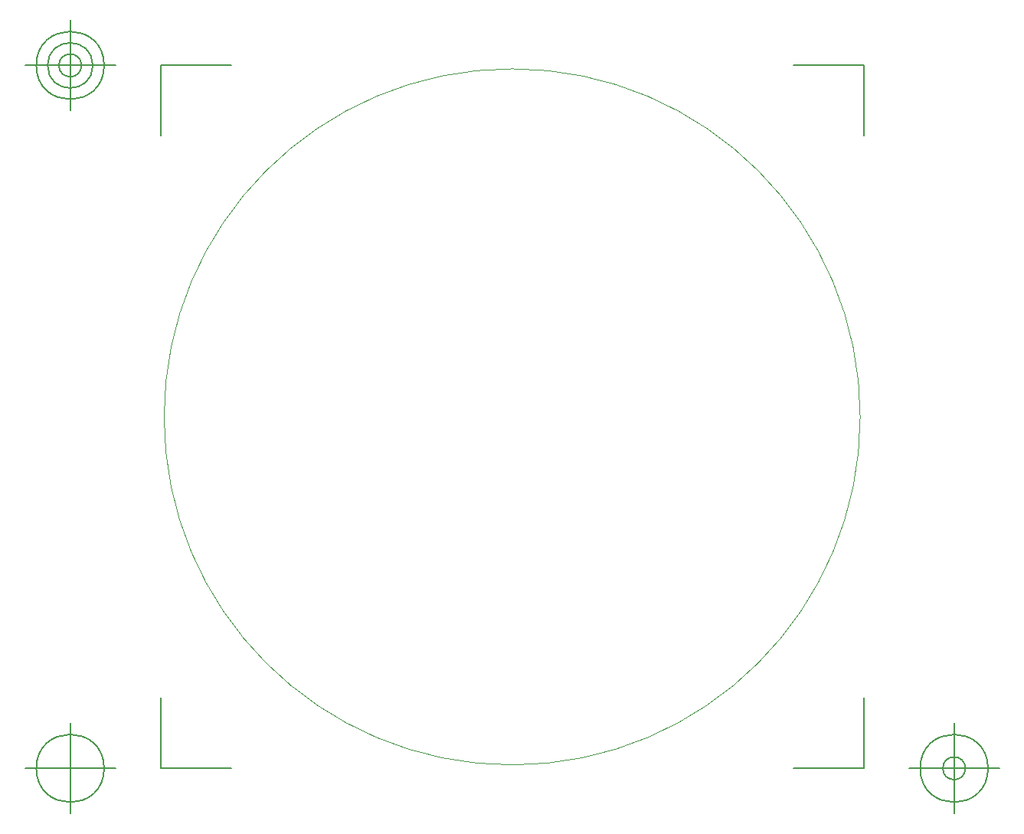
<source format=gbr>
G04 Generated by Ultiboard 13.0 *
%FSLAX25Y25*%
%MOIN*%

%ADD11C,0.00005*%
%ADD12C,0.00500*%


G04 ColorRGB CC00FF for the following layer *
%LNBoard Outline*%
%LPD*%
G54D10*
G54D11*
X194524Y-51000D02*
G75*
D01*
G02X194524Y-51000I151476J0*
G01*
G54D12*
X193024Y-203976D02*
X193024Y-173381D01*
X193024Y-203976D02*
X223619Y-203976D01*
X498976Y-203976D02*
X468381Y-203976D01*
X498976Y-203976D02*
X498976Y-173381D01*
X498976Y101976D02*
X498976Y71381D01*
X498976Y101976D02*
X468381Y101976D01*
X193024Y101976D02*
X223619Y101976D01*
X193024Y101976D02*
X193024Y71381D01*
X173339Y-203976D02*
X133969Y-203976D01*
X153654Y-223661D02*
X153654Y-184291D01*
X138890Y-203976D02*
G75*
D01*
G02X138890Y-203976I14764J0*
G01*
X518661Y-203976D02*
X558031Y-203976D01*
X538346Y-223661D02*
X538346Y-184291D01*
X523582Y-203976D02*
G75*
D01*
G02X523582Y-203976I14764J0*
G01*
X533425Y-203976D02*
G75*
D01*
G02X533425Y-203976I4921J0*
G01*
X173339Y101976D02*
X133969Y101976D01*
X153654Y82291D02*
X153654Y121661D01*
X138890Y101976D02*
G75*
D01*
G02X138890Y101976I14764J0*
G01*
X143811Y101976D02*
G75*
D01*
G02X143811Y101976I9843J0*
G01*
X148733Y101976D02*
G75*
D01*
G02X148733Y101976I4921J0*
G01*

M02*

</source>
